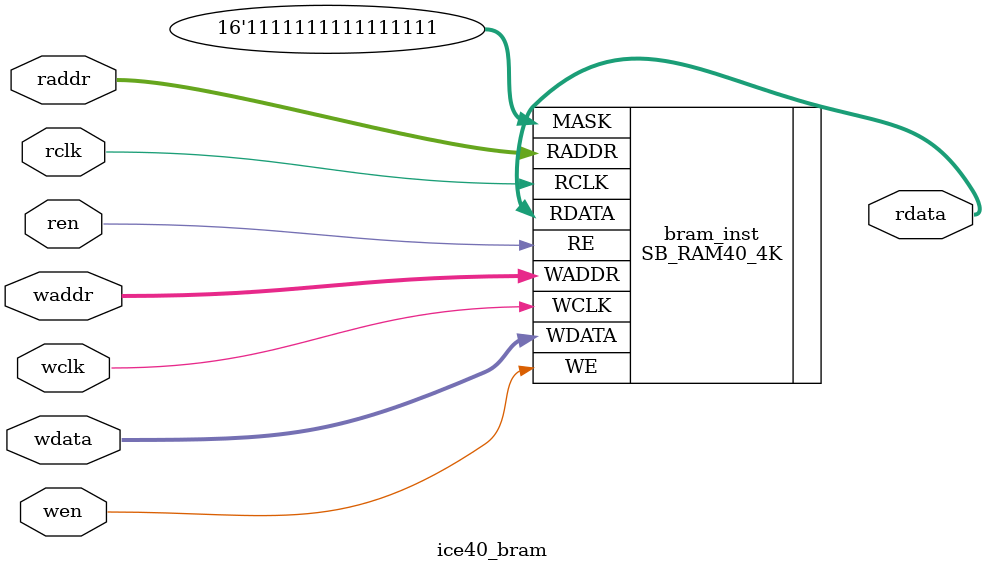
<source format=v>
module ice40_bram (
    input [15:0] wdata,
    input [7:0] waddr,
    input wen,
    input wclk,
    
    output reg [15:0] rdata,
    input [7:0] raddr,
    input ren,
    input rclk
);

    `ifdef VERILATOR // for simulation
        reg [15:0] mem [0:255];

        always @(posedge wclk) begin
            if (wen) begin
                mem[waddr] <= wdata;
            end
        end

        always @(posedge rclk) begin
            if (ren) begin
                rdata <= mem[raddr];
            end
        end
    `else // for synthesis
        SB_RAM40_4K bram_inst (
            .RDATA(rdata),
            .RADDR(raddr),
            .RCLK(rclk),
            .RE(ren),
            .WADDR(waddr),
            .WCLK(wclk),
            .WE(wen),
            .MASK(16'hffff),
            .WDATA(wdata)
        );
    `endif

endmodule
</source>
